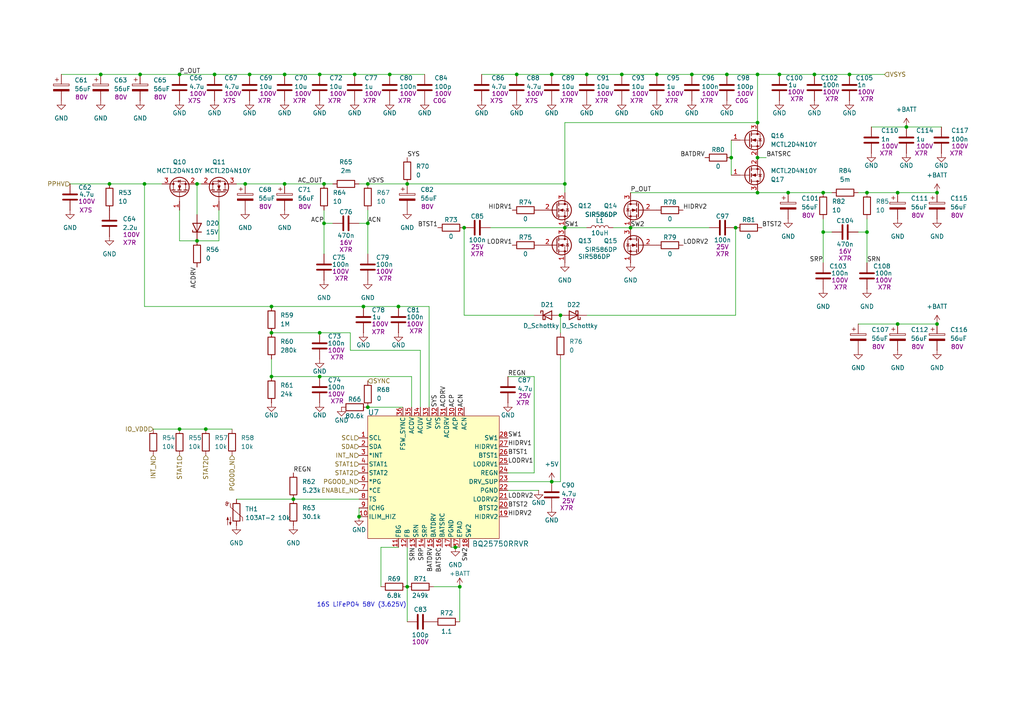
<source format=kicad_sch>
(kicad_sch (version 20250114) (generator "eeschema") (generator_version "9.0")
  (paper "A4")
  (text "16S LiFePO4 58V (3.625V)" (at 104.902 175.514 0) (effects (font (size 1.27 1.27))))
  (junction (at 57.15 69.85))
  (junction (at 113.03 21.59))
  (junction (at 134.62 66.04))
  (junction (at 212.09 45.72))
  (junction (at 105.41 88.9))
  (junction (at 228.6 55.88))
  (junction (at 213.36 66.04))
  (junction (at 236.22 21.59))
  (junction (at 106.68 118.11))
  (junction (at 251.46 55.88))
  (junction (at 78.74 109.22))
  (junction (at 180.34 21.59))
  (junction (at 219.71 55.88))
  (junction (at 106.68 53.34))
  (junction (at 149.86 21.59))
  (junction (at 29.21 21.59))
  (junction (at 219.71 21.59))
  (junction (at 190.5 21.59))
  (junction (at 92.71 96.52))
  (junction (at 71.12 53.34))
  (junction (at 92.71 109.22))
  (junction (at 57.15 53.34))
  (junction (at 238.76 55.88))
  (junction (at 160.02 139.7))
  (junction (at 31.75 53.34))
  (junction (at 52.07 124.46))
  (junction (at 132.08 158.75))
  (junction (at 200.66 21.59))
  (junction (at 271.78 55.88))
  (junction (at 238.76 67.31))
  (junction (at 85.09 144.78))
  (junction (at 260.35 93.98))
  (junction (at 163.83 66.04))
  (junction (at 118.11 170.18))
  (junction (at 170.18 21.59))
  (junction (at 251.46 67.31))
  (junction (at 40.64 21.59))
  (junction (at 246.38 21.59))
  (junction (at 219.71 35.56))
  (junction (at 160.02 21.59))
  (junction (at 52.07 21.59))
  (junction (at 104.14 149.86))
  (junction (at 162.56 91.44))
  (junction (at 182.88 66.04))
  (junction (at 163.83 53.34))
  (junction (at 93.98 64.77))
  (junction (at 82.55 53.34))
  (junction (at 62.23 21.59))
  (junction (at 92.71 21.59))
  (junction (at 93.98 53.34))
  (junction (at 271.78 93.98))
  (junction (at 78.74 88.9))
  (junction (at 78.74 96.52))
  (junction (at 260.35 55.88))
  (junction (at 59.69 124.46))
  (junction (at 82.55 21.59))
  (junction (at 118.11 53.34))
  (junction (at 219.71 45.72))
  (junction (at 102.87 21.59))
  (junction (at 41.91 53.34))
  (junction (at 262.89 36.83))
  (junction (at 72.39 21.59))
  (junction (at 133.35 170.18))
  (junction (at 115.57 88.9))
  (junction (at 210.82 21.59))
  (junction (at 226.06 21.59))
  (junction (at 106.68 64.77))
  (wire (pts (xy 130.81 158.75) (xy 132.08 158.75)))
  (wire (pts (xy 106.68 64.77) (xy 106.68 73.66)))
  (wire (pts (xy 105.41 88.9) (xy 78.74 88.9)))
  (wire (pts (xy 154.94 91.44) (xy 134.62 91.44)))
  (wire (pts (xy 238.76 55.88) (xy 241.3 55.88)))
  (wire (pts (xy 248.92 55.88) (xy 251.46 55.88)))
  (wire (pts (xy 52.07 69.85) (xy 57.15 69.85)))
  (wire (pts (xy 238.76 67.31) (xy 238.76 76.2)))
  (wire (pts (xy 162.56 139.7) (xy 162.56 104.14)))
  (wire (pts (xy 124.46 88.9) (xy 124.46 118.11)))
  (wire (pts (xy 82.55 21.59) (xy 92.71 21.59)))
  (wire (pts (xy 92.71 109.22) (xy 119.38 109.22)))
  (wire (pts (xy 29.21 21.59) (xy 40.64 21.59)))
  (wire (pts (xy 78.74 109.22) (xy 78.74 104.14)))
  (wire (pts (xy 149.86 21.59) (xy 160.02 21.59)))
  (wire (pts (xy 93.98 64.77) (xy 96.52 64.77)))
  (wire (pts (xy 52.07 21.59) (xy 62.23 21.59)))
  (wire (pts (xy 251.46 67.31) (xy 251.46 76.2)))
  (wire (pts (xy 68.58 144.78) (xy 85.09 144.78)))
  (wire (pts (xy 154.94 137.16) (xy 154.94 109.22)))
  (wire (pts (xy 110.49 158.75) (xy 110.49 170.18)))
  (wire (pts (xy 101.6 96.52) (xy 101.6 101.6)))
  (wire (pts (xy 72.39 21.59) (xy 82.55 21.59)))
  (wire (pts (xy 92.71 96.52) (xy 101.6 96.52)))
  (wire (pts (xy 118.11 53.34) (xy 163.83 53.34)))
  (wire (pts (xy 44.45 124.46) (xy 52.07 124.46)))
  (wire (pts (xy 41.91 88.9) (xy 41.91 53.34)))
  (wire (pts (xy 119.38 109.22) (xy 119.38 118.11)))
  (wire (pts (xy 71.12 53.34) (xy 82.55 53.34)))
  (wire (pts (xy 228.6 55.88) (xy 238.76 55.88)))
  (wire (pts (xy 219.71 55.88) (xy 228.6 55.88)))
  (wire (pts (xy 246.38 21.59) (xy 236.22 21.59)))
  (wire (pts (xy 251.46 55.88) (xy 260.35 55.88)))
  (wire (pts (xy 163.83 53.34) (xy 163.83 35.56)))
  (wire (pts (xy 252.73 36.83) (xy 262.89 36.83)))
  (wire (pts (xy 78.74 96.52) (xy 92.71 96.52)))
  (wire (pts (xy 82.55 53.34) (xy 93.98 53.34)))
  (wire (pts (xy 162.56 91.44) (xy 162.56 96.52)))
  (wire (pts (xy 92.71 21.59) (xy 102.87 21.59)))
  (wire (pts (xy 125.73 170.18) (xy 133.35 170.18)))
  (wire (pts (xy 213.36 91.44) (xy 170.18 91.44)))
  (wire (pts (xy 52.07 124.46) (xy 59.69 124.46)))
  (wire (pts (xy 17.78 21.59) (xy 29.21 21.59)))
  (wire (pts (xy 62.23 21.59) (xy 72.39 21.59)))
  (wire (pts (xy 170.18 21.59) (xy 180.34 21.59)))
  (wire (pts (xy 106.68 53.34) (xy 118.11 53.34)))
  (wire (pts (xy 260.35 93.98) (xy 271.78 93.98)))
  (wire (pts (xy 142.24 66.04) (xy 163.83 66.04)))
  (wire (pts (xy 147.32 142.24) (xy 156.21 142.24)))
  (wire (pts (xy 163.83 35.56) (xy 219.71 35.56)))
  (wire (pts (xy 238.76 67.31) (xy 241.3 67.31)))
  (wire (pts (xy 115.57 88.9) (xy 105.41 88.9)))
  (wire (pts (xy 104.14 147.32) (xy 104.14 149.86)))
  (wire (pts (xy 248.92 93.98) (xy 260.35 93.98)))
  (wire (pts (xy 212.09 40.64) (xy 212.09 45.72)))
  (wire (pts (xy 106.68 64.77) (xy 106.68 60.96)))
  (wire (pts (xy 163.83 53.34) (xy 163.83 55.88)))
  (wire (pts (xy 118.11 158.75) (xy 118.11 170.18)))
  (wire (pts (xy 57.15 53.34) (xy 57.15 62.23)))
  (wire (pts (xy 52.07 60.96) (xy 52.07 69.85)))
  (wire (pts (xy 210.82 21.59) (xy 219.71 21.59)))
  (wire (pts (xy 177.8 66.04) (xy 182.88 66.04)))
  (wire (pts (xy 134.62 91.44) (xy 134.62 66.04)))
  (wire (pts (xy 20.32 53.34) (xy 31.75 53.34)))
  (wire (pts (xy 219.71 35.56) (xy 219.71 21.59)))
  (wire (pts (xy 118.11 170.18) (xy 118.11 180.34)))
  (wire (pts (xy 78.74 88.9) (xy 41.91 88.9)))
  (wire (pts (xy 163.83 66.04) (xy 170.18 66.04)))
  (wire (pts (xy 160.02 139.7) (xy 162.56 139.7)))
  (wire (pts (xy 104.14 53.34) (xy 106.68 53.34)))
  (wire (pts (xy 93.98 53.34) (xy 96.52 53.34)))
  (wire (pts (xy 78.74 109.22) (xy 92.71 109.22)))
  (wire (pts (xy 113.03 21.59) (xy 123.19 21.59)))
  (wire (pts (xy 160.02 21.59) (xy 170.18 21.59)))
  (wire (pts (xy 102.87 21.59) (xy 113.03 21.59)))
  (wire (pts (xy 104.14 64.77) (xy 106.68 64.77)))
  (wire (pts (xy 248.92 67.31) (xy 251.46 67.31)))
  (wire (pts (xy 251.46 67.31) (xy 251.46 63.5)))
  (wire (pts (xy 238.76 63.5) (xy 238.76 67.31)))
  (wire (pts (xy 147.32 109.22) (xy 154.94 109.22)))
  (wire (pts (xy 219.71 21.59) (xy 226.06 21.59)))
  (wire (pts (xy 132.08 158.75) (xy 133.35 158.75)))
  (wire (pts (xy 246.38 21.59) (xy 256.54 21.59)))
  (wire (pts (xy 190.5 21.59) (xy 200.66 21.59)))
  (wire (pts (xy 106.68 118.11) (xy 116.84 118.11)))
  (wire (pts (xy 124.46 88.9) (xy 115.57 88.9)))
  (wire (pts (xy 68.58 53.34) (xy 71.12 53.34)))
  (wire (pts (xy 182.88 66.04) (xy 205.74 66.04)))
  (wire (pts (xy 93.98 60.96) (xy 93.98 64.77)))
  (wire (pts (xy 147.32 139.7) (xy 160.02 139.7)))
  (wire (pts (xy 236.22 21.59) (xy 226.06 21.59)))
  (wire (pts (xy 262.89 36.83) (xy 273.05 36.83)))
  (wire (pts (xy 222.25 45.72) (xy 219.71 45.72)))
  (wire (pts (xy 59.69 124.46) (xy 67.31 124.46)))
  (wire (pts (xy 147.32 137.16) (xy 154.94 137.16)))
  (wire (pts (xy 57.15 69.85) (xy 63.5 69.85)))
  (wire (pts (xy 58.42 53.34) (xy 57.15 53.34)))
  (wire (pts (xy 101.6 101.6) (xy 121.92 101.6)))
  (wire (pts (xy 31.75 53.34) (xy 41.91 53.34)))
  (wire (pts (xy 121.92 101.6) (xy 121.92 118.11)))
  (wire (pts (xy 180.34 21.59) (xy 190.5 21.59)))
  (wire (pts (xy 200.66 21.59) (xy 210.82 21.59)))
  (wire (pts (xy 139.7 21.59) (xy 149.86 21.59)))
  (wire (pts (xy 260.35 55.88) (xy 271.78 55.88)))
  (wire (pts (xy 212.09 45.72) (xy 212.09 50.8)))
  (wire (pts (xy 40.64 21.59) (xy 52.07 21.59)))
  (wire (pts (xy 41.91 53.34) (xy 46.99 53.34)))
  (wire (pts (xy 63.5 69.85) (xy 63.5 60.96)))
  (wire (pts (xy 182.88 55.88) (xy 219.71 55.88)))
  (wire (pts (xy 115.57 158.75) (xy 110.49 158.75)))
  (wire (pts (xy 93.98 64.77) (xy 93.98 73.66)))
  (wire (pts (xy 213.36 66.04) (xy 213.36 91.44)))
  (wire (pts (xy 133.35 170.18) (xy 133.35 180.34)))
  (wire (pts (xy 85.09 144.78) (xy 104.14 144.78)))
  (label "HIDRV2" (at 147.32 149.86 0))
  (label "BATSRC" (at 128.27 158.75 270))
  (label "HIDRV1" (at 148.59 60.96 180))
  (label "SRN" (at 120.65 158.75 270))
  (label "BATDRV" (at 125.73 158.75 270))
  (label "VSYS" (at 106.68 53.34 0))
  (label "SYS" (at 118.11 45.72 0))
  (label "SRP" (at 123.19 158.75 270))
  (label "LODRV1" (at 147.32 134.62 0))
  (label "AC_OUT" (at 86.36 53.34 0))
  (label "P_OUT" (at 182.88 55.88 0))
  (label "HIDRV1" (at 147.32 129.54 0))
  (label "HIDRV2" (at 198.12 60.96 0))
  (label "ACDRV" (at 57.15 77.47 270))
  (label "SRN" (at 251.46 76.2 0))
  (label "BATSRC" (at 222.25 45.72 0))
  (label "BATDRV" (at 204.47 45.72 180))
  (label "SW2" (at 182.88 66.04 0))
  (label "BTST1" (at 147.32 132.08 0))
  (label "LODRV2" (at 198.12 71.12 0))
  (label "ACN" (at 106.68 64.77 0))
  (label "SW1" (at 147.32 127 0))
  (label "ACDRV" (at 129.54 118.11 90))
  (label "LODRV2" (at 147.32 144.78 0))
  (label "LODRV1" (at 148.59 71.12 180))
  (label "BTST2" (at 147.32 147.32 0))
  (label "ACP" (at 132.08 118.11 90))
  (label "BTST2" (at 220.98 66.04 0))
  (label "BTST1" (at 127 66.04 180))
  (label "ACN" (at 134.62 118.11 90))
  (label "SW1" (at 163.83 66.04 0))
  (label "P_OUT" (at 52.07 21.59 0))
  (label "ACP" (at 93.98 64.77 180))
  (label "REGN" (at 147.32 109.22 0))
  (label "REGN" (at 85.09 137.16 0))
  (label "SRP" (at 238.76 76.2 180))
  (label "SW2" (at 135.89 158.75 270))
  (label "SYS" (at 127 118.11 90))
  (hierarchical_label "STAT2" (shape input) (at 104.14 137.16 180))
  (hierarchical_label "PGOOD_N" (shape input) (at 67.31 132.08 270))
  (hierarchical_label "VSYS" (shape input) (at 256.54 21.59 0))
  (hierarchical_label "PPHV" (shape input) (at 20.32 53.34 180))
  (hierarchical_label "SYNC" (shape input) (at 106.68 110.49 0))
  (hierarchical_label "PGOOD_N" (shape input) (at 104.14 139.7 180))
  (hierarchical_label "ENABLE_N" (shape input) (at 104.14 142.24 180))
  (hierarchical_label "INT_N" (shape input) (at 44.45 132.08 270))
  (hierarchical_label "STAT1" (shape input) (at 104.14 134.62 180))
  (hierarchical_label "STAT2" (shape input) (at 59.69 132.08 270))
  (hierarchical_label "SDA" (shape input) (at 104.14 129.54 180))
  (hierarchical_label "STAT1" (shape input) (at 52.07 132.08 270))
  (hierarchical_label "INT_N" (shape input) (at 104.14 132.08 180))
  (hierarchical_label "SCL" (shape input) (at 104.14 127 180))
  (hierarchical_label "IO_VDD" (shape input) (at 44.45 124.46 180))
  (symbol (lib_id "Device:R") (at 194.31 71.12 90) (unit 1)
    (property "Reference" "R79" (at 194.31 68.834 90))
    (property "Value" "0" (at 194.31 73.66 90))
    (property "Footprint" "Resistor_SMD:R_0603_1608Metric" (effects (hide yes)))
    (property "Description" "Resistor" (effects (hide yes)))
  )
  (symbol (lib_id "power:GND") (at 210.82 29.21 0) (unit 1)
    (property "Reference" "#PWR0138" (effects (hide yes)))
    (property "Value" "GND" (at 210.82 32.766 0))
    (property "Description" "Power symbol creates a global label with name \"GND\" , ground" (effects (hide yes)))
  )
  (symbol (lib_id "power:GND") (at 92.71 104.14 0) (unit 1)
    (property "Reference" "#PWR0106" (effects (hide yes)))
    (property "Value" "GND" (at 92.71 107.696 0))
    (property "Description" "Power symbol creates a global label with name \"GND\" , ground" (effects (hide yes)))
  )
  (symbol (lib_id "power:GND") (at 260.35 101.6 0) (unit 1)
    (property "Reference" "#PWR0150" (effects (hide yes)))
    (property "Value" "GND" (at 260.35 106.68 0))
    (property "Description" "Power symbol creates a global label with name \"GND\" , ground" (effects (hide yes)))
  )
  (symbol (lib_id "power:+BATT") (at 133.35 170.18 0) (unit 1)
    (property "Reference" "#PWR0119" (effects (hide yes)))
    (property "Value" "+BATT" (at 133.35 166.37 0))
    (property "Description" "Power symbol creates a global label with name \"+BATT\"" (effects (hide yes)))
  )
  (symbol (lib_id "Device:C") (at 115.57 92.71 180) (unit 1)
    (property "Reference" "C81" (at 119.888 89.916 0))
    (property "Value" "100n" (at 120.396 91.948 0))
    (property "Footprint" "Capacitor_SMD:C_0805_2012Metric" (effects (hide yes)))
    (property "Description" "Unpolarized capacitor" (effects (hide yes)))
    (property "Dialectric" "X7R" (at 120.65 96.012 0))
    (property "Voltage" "100V" (at 120.396 93.98 0))
  )
  (symbol (lib_id "power:GND") (at 17.78 29.21 0) (unit 1)
    (property "Reference" "#PWR091" (effects (hide yes)))
    (property "Value" "GND" (at 17.78 34.29 0))
    (property "Description" "Power symbol creates a global label with name \"GND\" , ground" (effects (hide yes)))
  )
  (symbol (lib_id "Device:C") (at 149.86 25.4 0) (unit 1)
    (property "Reference" "C88" (at 152.654 22.6059 0) (effects (justify left)))
    (property "Value" "4.7u" (at 152.654 25.1459 0) (effects (justify left)))
    (property "Footprint" "Capacitor_SMD:C_1206_3216Metric" (effects (hide yes)))
    (property "Description" "Unpolarized capacitor" (effects (hide yes)))
    (property "Voltage" "100V" (at 155.194 27.178 0))
    (property "Dialectric" "X7S" (at 154.178 29.21 0))
  )
  (symbol (lib_id "Transistor_FET:Q_NMOS_GSD") (at 217.17 50.8 0) (mirror x) (unit 1)
    (property "Reference" "Q17" (at 223.52 52.0701 0) (effects (justify left)))
    (property "Value" "MCTL2D4N10Y" (at 223.52 49.5301 0) (effects (justify left)))
    (property "Footprint" "MCC:MCTL300N10YBTP" (effects (hide yes)))
    (property "Description" "N-MOSFET transistor, gate/source/drain" (effects (hide yes)))
  )
  (symbol (lib_id "Transistor_FET:Q_NMOS_SGD") (at 185.42 60.96 0) (mirror y) (unit 1)
    (property "Reference" "Q14" (at 179.07 59.6899 0) (effects (justify left)))
    (property "Value" "SIR586DP" (at 179.07 62.2299 0) (effects (justify left)))
    (property "Footprint" "Vishay:PowerPAK SO-8 SGD" (effects (hide yes)))
    (property "Description" "N-MOSFET transistor, source/gate/drain" (effects (hide yes)))
  )
  (symbol (lib_id "Device:C") (at 262.89 40.64 0) (unit 1)
    (property "Reference" "C114" (at 265.684 37.8459 0) (effects (justify left)))
    (property "Value" "1u" (at 265.684 40.3859 0) (effects (justify left)))
    (property "Footprint" "Capacitor_SMD:C_1206_3216Metric" (effects (hide yes)))
    (property "Description" "Unpolarized capacitor" (effects (hide yes)))
    (property "Voltage" "100V" (at 268.224 42.418 0))
    (property "Dialectric" "X7R" (at 267.208 44.45 0))
  )
  (symbol (lib_id "power:GND") (at 29.21 29.21 0) (unit 1)
    (property "Reference" "#PWR093" (effects (hide yes)))
    (property "Value" "GND" (at 29.21 34.29 0))
    (property "Description" "Power symbol creates a global label with name \"GND\" , ground" (effects (hide yes)))
  )
  (symbol (lib_id "Device:R") (at 129.54 180.34 90) (unit 1)
    (property "Reference" "R72" (at 129.54 177.8 90))
    (property "Value" "1.1" (at 129.54 183.134 90))
    (property "Footprint" "Resistor_SMD:R_0402_1005Metric" (effects (hide yes)))
    (property "Description" "Resistor" (effects (hide yes)))
  )
  (symbol (lib_id "Device:C") (at 92.71 25.4 0) (unit 1)
    (property "Reference" "C72" (at 95.504 22.6059 0) (effects (justify left)))
    (property "Value" "10u" (at 95.504 25.1459 0) (effects (justify left)))
    (property "Footprint" "Capacitor_SMD:C_1210_3225Metric" (effects (hide yes)))
    (property "Description" "Unpolarized capacitor" (effects (hide yes)))
    (property "Voltage" "100V" (at 98.044 27.178 0))
    (property "Dialectric" "X7R" (at 97.028 29.21 0))
  )
  (symbol (lib_id "Device:C") (at 92.71 113.03 180) (unit 1)
    (property "Reference" "C74" (at 97.028 110.236 0))
    (property "Value" "100n" (at 97.536 112.268 0))
    (property "Footprint" "Capacitor_SMD:C_0805_2012Metric" (effects (hide yes)))
    (property "Description" "Unpolarized capacitor" (effects (hide yes)))
    (property "Dialectric" "X7R" (at 97.79 116.332 0))
    (property "Voltage" "100V" (at 97.536 114.3 0))
  )
  (symbol (lib_id "power:GND") (at 113.03 29.21 0) (unit 1)
    (property "Reference" "#PWR0114" (effects (hide yes)))
    (property "Value" "GND" (at 113.03 32.766 0))
    (property "Description" "Power symbol creates a global label with name \"GND\" , ground" (effects (hide yes)))
  )
  (symbol (lib_id "power:GND") (at 190.5 29.21 0) (unit 1)
    (property "Reference" "#PWR0134" (effects (hide yes)))
    (property "Value" "GND" (at 190.5 32.766 0))
    (property "Description" "Power symbol creates a global label with name \"GND\" , ground" (effects (hide yes)))
  )
  (symbol (lib_id "Device:R") (at 78.74 113.03 0) (unit 1)
    (property "Reference" "R61" (at 81.28 111.7599 0) (effects (justify left)))
    (property "Value" "24k" (at 81.28 114.2999 0) (effects (justify left)))
    (property "Footprint" "Resistor_SMD:R_0603_1608Metric" (effects (hide yes)))
    (property "Description" "Resistor" (effects (hide yes)))
  )
  (symbol (lib_id "power:GND") (at 246.38 29.21 0) (unit 1)
    (property "Reference" "#PWR0144" (effects (hide yes)))
    (property "Value" "GND" (at 246.38 32.766 0))
    (property "Description" "Power symbol creates a global label with name \"GND\" , ground" (effects (hide yes)))
  )
  (symbol (lib_id "power:GND") (at 92.71 116.84 0) (unit 1)
    (property "Reference" "#PWR0107" (effects (hide yes)))
    (property "Value" "GND" (at 92.71 120.396 0))
    (property "Description" "Power symbol creates a global label with name \"GND\" , ground" (effects (hide yes)))
  )
  (symbol (lib_id "power:GND") (at 236.22 29.21 0) (unit 1)
    (property "Reference" "#PWR0142" (effects (hide yes)))
    (property "Value" "GND" (at 236.22 32.766 0))
    (property "Description" "Power symbol creates a global label with name \"GND\" , ground" (effects (hide yes)))
  )
  (symbol (lib_id "power:GND") (at 252.73 44.45 0) (unit 1)
    (property "Reference" "#PWR0147" (effects (hide yes)))
    (property "Value" "GND" (at 252.73 48.006 0))
    (property "Description" "Power symbol creates a global label with name \"GND\" , ground" (effects (hide yes)))
  )
  (symbol (lib_id "Device:Thermistor_NTC") (at 68.58 148.59 0) (unit 1)
    (property "Reference" "TH1" (at 71.12 147.6374 0) (effects (justify left)))
    (property "Value" "103AT-2 10k" (at 71.12 150.1774 0) (effects (justify left)))
    (property "Footprint" "Resistor_THT:R_Axial_DIN0204_L3.6mm_D1.6mm_P1.90mm_Vertical" (effects (hide yes)))
    (property "Description" "Temperature dependent resistor, negative temperature coefficient" (effects (hide yes)))
  )
  (symbol (lib_id "Device:R") (at 93.98 57.15 0) (unit 1)
    (property "Reference" "R64" (at 96.52 55.8799 0) (effects (justify left)))
    (property "Value" "10" (at 96.52 58.4199 0) (effects (justify left)))
    (property "Footprint" "Resistor_SMD:R_0603_1608Metric" (effects (hide yes)))
    (property "Description" "Resistor" (effects (hide yes)))
  )
  (symbol (lib_id "Device:C") (at 245.11 67.31 90) (unit 1)
    (property "Reference" "C104" (at 245.11 64.008 90))
    (property "Value" "470n" (at 245.11 70.866 90))
    (property "Footprint" "Capacitor_SMD:C_0603_1608Metric" (effects (hide yes)))
    (property "Description" "Unpolarized capacitor" (effects (hide yes)))
    (property "Dialectric" "X7R" (at 245.11 74.93 90))
    (property "Voltage" "16V" (at 245.11 72.898 90))
  )
  (symbol (lib_id "power:GND") (at 260.35 63.5 0) (unit 1)
    (property "Reference" "#PWR0149" (effects (hide yes)))
    (property "Value" "GND" (at 260.35 68.58 0))
    (property "Description" "Power symbol creates a global label with name \"GND\" , ground" (effects (hide yes)))
  )
  (symbol (lib_id "Device:C_Polarized") (at 228.6 59.69 0) (unit 1)
    (property "Reference" "C101" (at 232.41 57.5309 0) (effects (justify left)))
    (property "Value" "56uF" (at 232.41 60.0709 0) (effects (justify left)))
    (property "Footprint" "Capacitor_SMD:CP_Elec_10x10" (effects (hide yes)))
    (property "Description" "Polarized capacitor" (effects (hide yes)))
    (property "Voltage" "80V" (at 234.442 62.484 0))
  )
  (symbol (lib_id "Device:C") (at 105.41 92.71 180) (unit 1)
    (property "Reference" "C78" (at 109.728 89.916 0))
    (property "Value" "1u" (at 109.22 91.948 0))
    (property "Footprint" "Capacitor_SMD:C_1206_3216Metric" (effects (hide yes)))
    (property "Description" "Unpolarized capacitor" (effects (hide yes)))
    (property "Dialectric" "X7R" (at 109.728 96.266 0))
    (property "Voltage" "100V" (at 110.236 93.98 0))
  )
  (symbol (lib_id "Device:C") (at 113.03 25.4 0) (unit 1)
    (property "Reference" "C80" (at 115.824 22.6059 0) (effects (justify left)))
    (property "Value" "100n" (at 115.824 25.1459 0) (effects (justify left)))
    (property "Footprint" "Capacitor_SMD:C_0805_2012Metric" (effects (hide yes)))
    (property "Description" "Unpolarized capacitor" (effects (hide yes)))
    (property "Voltage" "100V" (at 118.364 27.178 0))
    (property "Dialectric" "X7R" (at 117.348 29.21 0))
  )
  (symbol (lib_id "Device:C_Polarized") (at 17.78 25.4 0) (unit 1)
    (property "Reference" "C61" (at 21.59 23.2409 0) (effects (justify left)))
    (property "Value" "56uF" (at 21.59 25.7809 0) (effects (justify left)))
    (property "Footprint" "Capacitor_SMD:CP_Elec_10x10" (effects (hide yes)))
    (property "Description" "Polarized capacitor" (effects (hide yes)))
    (property "Voltage" "80V" (at 23.622 28.194 0))
  )
  (symbol (lib_id "power:GND") (at 163.83 76.2 0) (unit 1)
    (property "Reference" "#PWR0127" (effects (hide yes)))
    (property "Value" "GND" (at 163.83 81.28 0))
    (property "Description" "Power symbol creates a global label with name \"GND\" , ground" (effects (hide yes)))
  )
  (symbol (lib_id "Device:R") (at 118.11 49.53 0) (unit 1)
    (property "Reference" "R70" (at 120.65 48.2599 0) (effects (justify left)))
    (property "Value" "0" (at 120.65 50.7999 0) (effects (justify left)))
    (property "Footprint" "Resistor_SMD:R_0603_1608Metric" (effects (hide yes)))
    (property "Description" "Resistor" (effects (hide yes)))
  )
  (symbol (lib_id "Device:R") (at 102.87 118.11 90) (unit 1)
    (property "Reference" "R66" (at 102.87 115.824 90))
    (property "Value" "80.6k" (at 102.87 120.65 90))
    (property "Footprint" "Resistor_SMD:R_0402_1005Metric" (effects (hide yes)))
    (property "Description" "Resistor" (effects (hide yes)))
  )
  (symbol (lib_id "Device:R") (at 238.76 59.69 0) (unit 1)
    (property "Reference" "R82" (at 241.3 58.4199 0) (effects (justify left)))
    (property "Value" "10" (at 241.3 60.9599 0) (effects (justify left)))
    (property "Footprint" "Resistor_SMD:R_0603_1608Metric" (effects (hide yes)))
    (property "Description" "Resistor" (effects (hide yes)))
  )
  (symbol (lib_id "power:GND") (at 105.41 96.52 0) (unit 1)
    (property "Reference" "#PWR0112" (effects (hide yes)))
    (property "Value" "GND" (at 105.41 100.076 0))
    (property "Description" "Power symbol creates a global label with name \"GND\" , ground" (effects (hide yes)))
  )
  (symbol (lib_id "power:GND") (at 31.75 68.58 0) (unit 1)
    (property "Reference" "#PWR094" (effects (hide yes)))
    (property "Value" "GND" (at 31.75 73.66 0))
    (property "Description" "Power symbol creates a global label with name \"GND\" , ground" (effects (hide yes)))
  )
  (symbol (lib_id "power:GND") (at 180.34 29.21 0) (unit 1)
    (property "Reference" "#PWR0130" (effects (hide yes)))
    (property "Value" "GND" (at 180.34 32.766 0))
    (property "Description" "Power symbol creates a global label with name \"GND\" , ground" (effects (hide yes)))
  )
  (symbol (lib_id "Device:R") (at 106.68 57.15 0) (unit 1)
    (property "Reference" "R67" (at 109.22 55.8799 0) (effects (justify left)))
    (property "Value" "10" (at 109.22 58.4199 0) (effects (justify left)))
    (property "Footprint" "Resistor_SMD:R_0603_1608Metric" (effects (hide yes)))
    (property "Description" "Resistor" (effects (hide yes)))
  )
  (symbol (lib_id "Device:C") (at 210.82 25.4 0) (unit 1)
    (property "Reference" "C98" (at 213.614 22.6059 0) (effects (justify left)))
    (property "Value" "100p" (at 213.614 25.1459 0) (effects (justify left)))
    (property "Footprint" "Capacitor_SMD:C_0201_0603Metric" (effects (hide yes)))
    (property "Description" "Unpolarized capacitor" (effects (hide yes)))
    (property "Voltage" "100V" (at 216.154 27.178 0))
    (property "Dialectric" "C0G" (at 215.138 29.21 0))
  )
  (symbol (lib_id "Device:C") (at 273.05 40.64 0) (unit 1)
    (property "Reference" "C117" (at 275.844 37.8459 0) (effects (justify left)))
    (property "Value" "100n" (at 275.844 40.3859 0) (effects (justify left)))
    (property "Footprint" "Capacitor_SMD:C_0805_2012Metric" (effects (hide yes)))
    (property "Description" "Unpolarized capacitor" (effects (hide yes)))
    (property "Voltage" "100V" (at 278.384 42.418 0))
    (property "Dialectric" "X7R" (at 277.368 44.45 0))
  )
  (symbol (lib_id "Device:C") (at 138.43 66.04 90) (unit 1)
    (property "Reference" "C85" (at 138.43 62.738 90))
    (property "Value" "100n" (at 138.43 69.596 90))
    (property "Footprint" "Capacitor_SMD:C_0805_2012Metric" (effects (hide yes)))
    (property "Description" "Unpolarized capacitor" (effects (hide yes)))
    (property "Dialectric" "X7R" (at 138.43 73.66 90))
    (property "Voltage" "25V" (at 138.43 71.628 90))
  )
  (symbol (lib_id "power:GND") (at 238.76 83.82 0) (unit 1)
    (property "Reference" "#PWR0143" (effects (hide yes)))
    (property "Value" "GND" (at 238.76 88.9 0))
    (property "Description" "Power symbol creates a global label with name \"GND\" , ground" (effects (hide yes)))
  )
  (symbol (lib_id "Device:C") (at 170.18 25.4 0) (unit 1)
    (property "Reference" "C91" (at 172.974 22.6059 0) (effects (justify left)))
    (property "Value" "10u" (at 172.974 25.1459 0) (effects (justify left)))
    (property "Footprint" "Capacitor_SMD:C_1210_3225Metric" (effects (hide yes)))
    (property "Description" "Unpolarized capacitor" (effects (hide yes)))
    (property "Voltage" "100V" (at 175.514 27.178 0))
    (property "Dialectric" "X7R" (at 174.498 29.21 0))
  )
  (symbol (lib_id "Device:R") (at 59.69 128.27 0) (unit 1)
    (property "Reference" "R57" (at 62.23 126.9999 0) (effects (justify left)))
    (property "Value" "10k" (at 62.23 129.5399 0) (effects (justify left)))
    (property "Footprint" "Resistor_SMD:R_0603_1608Metric" (effects (hide yes)))
    (property "Description" "Resistor" (effects (hide yes)))
  )
  (symbol (lib_id "Device:R") (at 57.15 73.66 0) (unit 1)
    (property "Reference" "R56" (at 59.69 72.3899 0) (effects (justify left)))
    (property "Value" "0" (at 59.69 74.9299 0) (effects (justify left)))
    (property "Footprint" "Resistor_SMD:R_0603_1608Metric" (effects (hide yes)))
    (property "Description" "Resistor" (effects (hide yes)))
  )
  (symbol (lib_id "power:GND") (at 102.87 29.21 0) (unit 1)
    (property "Reference" "#PWR0110" (effects (hide yes)))
    (property "Value" "GND" (at 102.87 32.766 0))
    (property "Description" "Power symbol creates a global label with name \"GND\" , ground" (effects (hide yes)))
  )
  (symbol (lib_id "power:GND") (at 71.12 60.96 0) (unit 1)
    (property "Reference" "#PWR099" (effects (hide yes)))
    (property "Value" "GND" (at 71.12 66.04 0))
    (property "Description" "Power symbol creates a global label with name \"GND\" , ground" (effects (hide yes)))
  )
  (symbol (lib_id "Device:R") (at 121.92 170.18 90) (unit 1)
    (property "Reference" "R71" (at 121.92 167.894 90))
    (property "Value" "249k" (at 121.92 172.72 90))
    (property "Footprint" "Resistor_SMD:R_0603_1608Metric" (effects (hide yes)))
    (property "Description" "Resistor" (effects (hide yes)))
  )
  (symbol (lib_id "Device:R") (at 85.09 140.97 0) (unit 1)
    (property "Reference" "R62" (at 87.63 139.6999 0) (effects (justify left)))
    (property "Value" "5.23k" (at 87.63 142.2399 0) (effects (justify left)))
    (property "Footprint" "Resistor_SMD:R_0402_1005Metric" (effects (hide yes)))
    (property "Description" "Resistor" (effects (hide yes)))
  )
  (symbol (lib_id "power:GND") (at 248.92 101.6 0) (unit 1)
    (property "Reference" "#PWR0145" (effects (hide yes)))
    (property "Value" "GND" (at 248.92 106.68 0))
    (property "Description" "Power symbol creates a global label with name \"GND\" , ground" (effects (hide yes)))
  )
  (symbol (lib_id "power:GND") (at 132.08 158.75 0) (unit 1)
    (property "Reference" "#PWR0118" (effects (hide yes)))
    (property "Value" "GND" (at 132.08 163.83 0))
    (property "Description" "Power symbol creates a global label with name \"GND\" , ground" (effects (hide yes)))
  )
  (symbol (lib_id "power:GND") (at 106.68 81.28 0) (unit 1)
    (property "Reference" "#PWR0113" (effects (hide yes)))
    (property "Value" "GND" (at 106.68 86.36 0))
    (property "Description" "Power symbol creates a global label with name \"GND\" , ground" (effects (hide yes)))
  )
  (symbol (lib_id "power:+BATT") (at 271.78 55.88 0) (unit 1)
    (property "Reference" "#PWR0154" (effects (hide yes)))
    (property "Value" "+BATT" (at 271.78 50.8 0))
    (property "Description" "Power symbol creates a global label with name \"+BATT\"" (effects (hide yes)))
  )
  (symbol (lib_id "Transistor_FET:Q_NMOS_GSD") (at 217.17 40.64 0) (unit 1)
    (property "Reference" "Q16" (at 223.52 39.3699 0) (effects (justify left)))
    (property "Value" "MCTL2D4N10Y" (at 223.52 41.9099 0) (effects (justify left)))
    (property "Footprint" "MCC:MCTL300N10YBTP" (effects (hide yes)))
    (property "Description" "N-MOSFET transistor, gate/source/drain" (effects (hide yes)))
  )
  (symbol (lib_id "power:GND") (at 170.18 29.21 0) (unit 1)
    (property "Reference" "#PWR0128" (effects (hide yes)))
    (property "Value" "GND" (at 170.18 32.766 0))
    (property "Description" "Power symbol creates a global label with name \"GND\" , ground" (effects (hide yes)))
  )
  (symbol (lib_id "Device:C") (at 160.02 143.51 0) (unit 1)
    (property "Reference" "C90" (at 162.814 140.7159 0) (effects (justify left)))
    (property "Value" "4.7u" (at 162.814 143.2559 0) (effects (justify left)))
    (property "Footprint" "Capacitor_SMD:C_1206_3216Metric" (effects (hide yes)))
    (property "Description" "Unpolarized capacitor" (effects (hide yes)))
    (property "Voltage" "25V" (at 164.846 145.288 0))
    (property "Dialectric" "X7R" (at 164.338 147.32 0))
  )
  (symbol (lib_id "Device:C_Polarized") (at 40.64 25.4 0) (unit 1)
    (property "Reference" "C65" (at 44.45 23.2409 0) (effects (justify left)))
    (property "Value" "56uF" (at 44.45 25.7809 0) (effects (justify left)))
    (property "Footprint" "Capacitor_SMD:CP_Elec_10x10" (effects (hide yes)))
    (property "Description" "Polarized capacitor" (effects (hide yes)))
    (property "Voltage" "80V" (at 46.482 28.194 0))
  )
  (symbol (lib_id "Device:R") (at 245.11 55.88 90) (unit 1)
    (property "Reference" "R84" (at 245.11 49.53 90))
    (property "Value" "5m" (at 245.11 52.07 90))
    (property "Footprint" "Resistor_SMD:R_0805_2012Metric" (effects (hide yes)))
    (property "Description" "Resistor" (effects (hide yes)))
  )
  (symbol (lib_id "Device:R") (at 152.4 60.96 90) (unit 1)
    (property "Reference" "R74" (at 152.4 58.674 90))
    (property "Value" "0" (at 152.4 63.5 90))
    (property "Footprint" "Resistor_SMD:R_0603_1608Metric" (effects (hide yes)))
    (property "Description" "Resistor" (effects (hide yes)))
  )
  (symbol (lib_id "Transistor_FET:Q_NMOS_SGD") (at 161.29 71.12 0) (unit 1)
    (property "Reference" "Q13" (at 167.64 69.8499 0) (effects (justify left)))
    (property "Value" "SIR586DP" (at 167.64 74.422 0) (effects (justify left)))
    (property "Footprint" "Vishay:PowerPAK SO-8 SGD" (effects (hide yes)))
    (property "Description" "N-MOSFET transistor, source/gate/drain" (effects (hide yes)))
  )
  (symbol (lib_id "Device:D_Schottky") (at 166.37 91.44 180) (unit 1)
    (property "Reference" "D22" (at 166.37 88.392 0))
    (property "Value" "D_Schottky" (at 168.148 94.488 0))
    (property "Footprint" "Diode_SMD:D_SMA" (effects (hide yes)))
    (property "Description" "Schottky diode" (effects (hide yes)))
  )
  (symbol (lib_id "Device:C") (at 236.22 25.4 180) (unit 1)
    (property "Reference" "C102" (at 240.538 22.606 0))
    (property "Value" "100n" (at 241.046 24.638 0))
    (property "Footprint" "Capacitor_SMD:C_0805_2012Metric" (effects (hide yes)))
    (property "Description" "Unpolarized capacitor" (effects (hide yes)))
    (property "Dialectric" "X7R" (at 241.3 28.702 0))
    (property "Voltage" "100V" (at 241.046 26.67 0))
  )
  (symbol (lib_id "Device:C") (at 251.46 80.01 180) (unit 1)
    (property "Reference" "C108" (at 255.778 77.216 0))
    (property "Value" "100n" (at 256.286 79.248 0))
    (property "Footprint" "Capacitor_SMD:C_0805_2012Metric" (effects (hide yes)))
    (property "Description" "Unpolarized capacitor" (effects (hide yes)))
    (property "Dialectric" "X7R" (at 256.54 83.312 0))
    (property "Voltage" "100V" (at 256.286 81.28 0))
  )
  (symbol (lib_id "Device:C") (at 102.87 25.4 0) (unit 1)
    (property "Reference" "C77" (at 105.664 22.6059 0) (effects (justify left)))
    (property "Value" "1u" (at 105.664 25.1459 0) (effects (justify left)))
    (property "Footprint" "Capacitor_SMD:C_1206_3216Metric" (effects (hide yes)))
    (property "Description" "Unpolarized capacitor" (effects (hide yes)))
    (property "Voltage" "100V" (at 108.204 27.178 0))
    (property "Dialectric" "X7R" (at 107.188 29.21 0))
  )
  (symbol (lib_id "power:+5V") (at 160.02 139.7 0) (unit 1)
    (property "Reference" "#PWR0125" (effects (hide yes)))
    (property "Value" "+5V" (at 160.02 134.62 0))
    (property "Description" "Power symbol creates a global label with name \"+5V\"" (effects (hide yes)))
  )
  (symbol (lib_id "power:GND") (at 160.02 29.21 0) (unit 1)
    (property "Reference" "#PWR0124" (effects (hide yes)))
    (property "Value" "GND" (at 160.02 32.766 0))
    (property "Description" "Power symbol creates a global label with name \"GND\" , ground" (effects (hide yes)))
  )
  (symbol (lib_id "Device:C") (at 190.5 25.4 0) (unit 1)
    (property "Reference" "C95" (at 193.294 22.6059 0) (effects (justify left)))
    (property "Value" "1u" (at 193.294 25.1459 0) (effects (justify left)))
    (property "Footprint" "Capacitor_SMD:C_1206_3216Metric" (effects (hide yes)))
    (property "Description" "Unpolarized capacitor" (effects (hide yes)))
    (property "Voltage" "100V" (at 195.834 27.178 0))
    (property "Dialectric" "X7R" (at 194.818 29.21 0))
  )
  (symbol (lib_id "power:GND") (at 93.98 81.28 0) (unit 1)
    (property "Reference" "#PWR0108" (effects (hide yes)))
    (property "Value" "GND" (at 93.98 86.36 0))
    (property "Description" "Power symbol creates a global label with name \"GND\" , ground" (effects (hide yes)))
  )
  (symbol (lib_id "Device:R") (at 44.45 128.27 0) (unit 1)
    (property "Reference" "R54" (at 46.99 126.9999 0) (effects (justify left)))
    (property "Value" "10k" (at 46.99 129.5399 0) (effects (justify left)))
    (property "Footprint" "Resistor_SMD:R_0603_1608Metric" (effects (hide yes)))
    (property "Description" "Resistor" (effects (hide yes)))
  )
  (symbol (lib_id "Device:C") (at 72.39 25.4 0) (unit 1)
    (property "Reference" "C69" (at 75.184 22.6059 0) (effects (justify left)))
    (property "Value" "10u" (at 75.184 25.1459 0) (effects (justify left)))
    (property "Footprint" "Capacitor_SMD:C_1210_3225Metric" (effects (hide yes)))
    (property "Description" "Unpolarized capacitor" (effects (hide yes)))
    (property "Voltage" "100V" (at 77.724 27.178 0))
    (property "Dialectric" "X7R" (at 76.708 29.21 0))
  )
  (symbol (lib_id "Transistor_FET:Q_NMOS_SGD") (at 185.42 71.12 0) (mirror y) (unit 1)
    (property "Reference" "Q15" (at 179.07 69.8499 0) (effects (justify left)))
    (property "Value" "SIR586DP" (at 179.07 72.3899 0) (effects (justify left)))
    (property "Footprint" "Vishay:PowerPAK SO-8 SGD" (effects (hide yes)))
    (property "Description" "N-MOSFET transistor, source/gate/drain" (effects (hide yes)))
  )
  (symbol (lib_id "Device:C") (at 209.55 66.04 90) (unit 1)
    (property "Reference" "C97" (at 209.55 62.738 90))
    (property "Value" "100n" (at 209.55 69.596 90))
    (property "Footprint" "Capacitor_SMD:C_0805_2012Metric" (effects (hide yes)))
    (property "Description" "Unpolarized capacitor" (effects (hide yes)))
    (property "Dialectric" "X7R" (at 209.55 73.66 90))
    (property "Voltage" "25V" (at 209.55 71.628 90))
  )
  (symbol (lib_id "power:GND") (at 273.05 44.45 0) (unit 1)
    (property "Reference" "#PWR0158" (effects (hide yes)))
    (property "Value" "GND" (at 273.05 48.006 0))
    (property "Description" "Power symbol creates a global label with name \"GND\" , ground" (effects (hide yes)))
  )
  (symbol (lib_id "Transistor_FET:Q_NMOS_GSD") (at 63.5 55.88 270) (mirror x) (unit 1)
    (property "Reference" "Q11" (at 63.5 46.99 90))
    (property "Value" "MCTL2D4N10Y" (at 66.04 49.53 90))
    (property "Footprint" "MCC:MCTL300N10YBTP" (effects (hide yes)))
    (property "Description" "N-MOSFET transistor, gate/source/drain" (effects (hide yes)))
  )
  (symbol (lib_id "Device:C") (at 180.34 25.4 0) (unit 1)
    (property "Reference" "C93" (at 183.134 22.6059 0) (effects (justify left)))
    (property "Value" "10u" (at 183.134 25.1459 0) (effects (justify left)))
    (property "Footprint" "Capacitor_SMD:C_1210_3225Metric" (effects (hide yes)))
    (property "Description" "Unpolarized capacitor" (effects (hide yes)))
    (property "Voltage" "100V" (at 185.674 27.178 0))
    (property "Dialectric" "X7R" (at 184.658 29.21 0))
  )
  (symbol (lib_id "power:GND") (at 72.39 29.21 0) (unit 1)
    (property "Reference" "#PWR0100" (effects (hide yes)))
    (property "Value" "GND" (at 72.39 32.766 0))
    (property "Description" "Power symbol creates a global label with name \"GND\" , ground" (effects (hide yes)))
  )
  (symbol (lib_id "Device:C") (at 52.07 25.4 0) (unit 1)
    (property "Reference" "C66" (at 54.864 22.6059 0) (effects (justify left)))
    (property "Value" "4.7u" (at 54.864 25.1459 0) (effects (justify left)))
    (property "Footprint" "Capacitor_SMD:C_1206_3216Metric" (effects (hide yes)))
    (property "Description" "Unpolarized capacitor" (effects (hide yes)))
    (property "Voltage" "100V" (at 57.404 27.178 0))
    (property "Dialectric" "X7S" (at 56.388 29.21 0))
  )
  (symbol (lib_id "Device:R") (at 100.33 53.34 90) (unit 1)
    (property "Reference" "R65" (at 100.33 46.99 90))
    (property "Value" "2m" (at 100.33 49.53 90))
    (property "Footprint" "Resistor_SMD:R_0805_2012Metric" (effects (hide yes)))
    (property "Description" "Resistor" (effects (hide yes)))
  )
  (symbol (lib_id "power:GND") (at 82.55 60.96 0) (unit 1)
    (property "Reference" "#PWR0103" (effects (hide yes)))
    (property "Value" "GND" (at 82.55 66.04 0))
    (property "Description" "Power symbol creates a global label with name \"GND\" , ground" (effects (hide yes)))
  )
  (symbol (lib_id "power:GND") (at 68.58 152.4 0) (unit 1)
    (property "Reference" "#PWR098" (effects (hide yes)))
    (property "Value" "GND" (at 68.58 157.48 0))
    (property "Description" "Power symbol creates a global label with name \"GND\" , ground" (effects (hide yes)))
  )
  (symbol (lib_id "power:GND") (at 228.6 63.5 0) (unit 1)
    (property "Reference" "#PWR0141" (effects (hide yes)))
    (property "Value" "GND" (at 228.6 68.58 0))
    (property "Description" "Power symbol creates a global label with name \"GND\" , ground" (effects (hide yes)))
  )
  (symbol (lib_id "Device:R") (at 67.31 128.27 0) (unit 1)
    (property "Reference" "R58" (at 69.85 126.9999 0) (effects (justify left)))
    (property "Value" "10k" (at 69.85 129.5399 0) (effects (justify left)))
    (property "Footprint" "Resistor_SMD:R_0603_1608Metric" (effects (hide yes)))
    (property "Description" "Resistor" (effects (hide yes)))
  )
  (symbol (lib_id "Device:C") (at 100.33 64.77 90) (unit 1)
    (property "Reference" "C76" (at 100.33 61.468 90))
    (property "Value" "470n" (at 100.33 68.326 90))
    (property "Footprint" "Capacitor_SMD:C_0603_1608Metric" (effects (hide yes)))
    (property "Description" "Unpolarized capacitor" (effects (hide yes)))
    (property "Dialectric" "X7R" (at 100.33 72.39 90))
    (property "Voltage" "16V" (at 100.33 70.358 90))
  )
  (symbol (lib_id "Device:R") (at 114.3 170.18 90) (unit 1)
    (property "Reference" "R69" (at 114.3 167.894 90))
    (property "Value" "6.8k" (at 114.3 172.72 90))
    (property "Footprint" "Resistor_SMD:R_0805_2012Metric" (effects (hide yes)))
    (property "Description" "Resistor" (effects (hide yes)))
  )
  (symbol (lib_id "power:GND") (at 147.32 116.84 0) (unit 1)
    (property "Reference" "#PWR0121" (effects (hide yes)))
    (property "Value" "GND" (at 147.32 120.396 0))
    (property "Description" "Power symbol creates a global label with name \"GND\" , ground" (effects (hide yes)))
  )
  (symbol (lib_id "power:GND") (at 40.64 29.21 0) (unit 1)
    (property "Reference" "#PWR095" (effects (hide yes)))
    (property "Value" "GND" (at 40.64 34.29 0))
    (property "Description" "Power symbol creates a global label with name \"GND\" , ground" (effects (hide yes)))
  )
  (symbol (lib_id "power:GND") (at 115.57 96.52 0) (unit 1)
    (property "Reference" "#PWR0115" (effects (hide yes)))
    (property "Value" "GND" (at 115.57 100.076 0))
    (property "Description" "Power symbol creates a global label with name \"GND\" , ground" (effects (hide yes)))
  )
  (symbol (lib_id "power:GND") (at 123.19 29.21 0) (unit 1)
    (property "Reference" "#PWR0117" (effects (hide yes)))
    (property "Value" "GND" (at 123.19 32.766 0))
    (property "Description" "Power symbol creates a global label with name \"GND\" , ground" (effects (hide yes)))
  )
  (symbol (lib_id "Device:R") (at 217.17 66.04 90) (unit 1)
    (property "Reference" "R81" (at 217.17 63.754 90))
    (property "Value" "0" (at 217.17 68.58 90))
    (property "Footprint" "Resistor_SMD:R_0603_1608Metric" (effects (hide yes)))
    (property "Description" "Resistor" (effects (hide yes)))
  )
  (symbol (lib_id "power:GND") (at 226.06 29.21 0) (unit 1)
    (property "Reference" "#PWR0139" (effects (hide yes)))
    (property "Value" "GND" (at 226.06 32.766 0))
    (property "Description" "Power symbol creates a global label with name \"GND\" , ground" (effects (hide yes)))
  )
  (symbol (lib_id "Device:C") (at 62.23 25.4 0) (unit 1)
    (property "Reference" "C67" (at 65.024 22.6059 0) (effects (justify left)))
    (property "Value" "4.7u" (at 65.024 25.1459 0) (effects (justify left)))
    (property "Footprint" "Capacitor_SMD:C_1206_3216Metric" (effects (hide yes)))
    (property "Description" "Unpolarized capacitor" (effects (hide yes)))
    (property "Voltage" "100V" (at 67.564 27.178 0))
    (property "Dialectric" "X7S" (at 66.548 29.21 0))
  )
  (symbol (lib_id "power:GND") (at 156.21 142.24 0) (unit 1)
    (property "Reference" "#PWR0123" (effects (hide yes)))
    (property "Value" "GND" (at 156.21 145.796 0))
    (property "Description" "Power symbol creates a global label with name \"GND\" , ground" (effects (hide yes)))
  )
  (symbol (lib_id "Device:C") (at 226.06 25.4 180) (unit 1)
    (property "Reference" "C100" (at 230.378 22.606 0))
    (property "Value" "1u" (at 229.87 24.638 0))
    (property "Footprint" "Capacitor_SMD:C_1206_3216Metric" (effects (hide yes)))
    (property "Description" "Unpolarized capacitor" (effects (hide yes)))
    (property "Dialectric" "X7R" (at 231.14 28.702 0))
    (property "Voltage" "100V" (at 230.886 26.67 0))
  )
  (symbol (lib_id "power:GND") (at 62.23 29.21 0) (unit 1)
    (property "Reference" "#PWR097" (effects (hide yes)))
    (property "Value" "GND" (at 62.23 32.766 0))
    (property "Description" "Power symbol creates a global label with name \"GND\" , ground" (effects (hide yes)))
  )
  (symbol (lib_id "Device:C") (at 121.92 180.34 90) (unit 1)
    (property "Reference" "C83" (at 121.92 176.784 90))
    (property "Value" "100p" (at 121.92 184.15 90))
    (property "Footprint" "Capacitor_SMD:C_0201_0603Metric" (effects (hide yes)))
    (property "Description" "Unpolarized capacitor" (effects (hide yes)))
    (property "Voltage" "100V" (at 121.92 186.182 90))
    (property "Dialectric" "??" (effects (hide yes)))
  )
  (symbol (lib_id "Device:R") (at 152.4 71.12 90) (unit 1)
    (property "Reference" "R75" (at 152.4 68.834 90))
    (property "Value" "0" (at 152.4 73.66 90))
    (property "Footprint" "Resistor_SMD:R_0603_1608Metric" (effects (hide yes)))
    (property "Description" "Resistor" (effects (hide yes)))
  )
  (symbol (lib_id "Device:C") (at 106.68 77.47 180) (unit 1)
    (property "Reference" "C79" (at 110.998 74.676 0))
    (property "Value" "100n" (at 111.506 76.708 0))
    (property "Footprint" "Capacitor_SMD:C_0805_2012Metric" (effects (hide yes)))
    (property "Description" "Unpolarized capacitor" (effects (hide yes)))
    (property "Dialectric" "X7R" (at 111.76 80.772 0))
    (property "Voltage" "100V" (at 111.506 78.74 0))
  )
  (symbol (lib_id "Device:C_Polarized") (at 71.12 57.15 0) (unit 1)
    (property "Reference" "C68" (at 74.93 54.9909 0) (effects (justify left)))
    (property "Value" "56uF" (at 74.93 57.5309 0) (effects (justify left)))
    (property "Footprint" "Capacitor_SMD:CP_Elec_10x10" (effects (hide yes)))
    (property "Description" "Polarized capacitor" (effects (hide yes)))
    (property "Voltage" "80V" (at 76.962 59.944 0))
  )
  (symbol (lib_id "power:GND") (at 52.07 29.21 0) (unit 1)
    (property "Reference" "#PWR096" (effects (hide yes)))
    (property "Value" "GND" (at 52.07 32.766 0))
    (property "Description" "Power symbol creates a global label with name \"GND\" , ground" (effects (hide yes)))
  )
  (symbol (lib_id "power:GND") (at 82.55 29.21 0) (unit 1)
    (property "Reference" "#PWR0102" (effects (hide yes)))
    (property "Value" "GND" (at 82.55 32.766 0))
    (property "Description" "Power symbol creates a global label with name \"GND\" , ground" (effects (hide yes)))
  )
  (symbol (lib_id "Device:C") (at 139.7 25.4 0) (unit 1)
    (property "Reference" "C86" (at 142.494 22.6059 0) (effects (justify left)))
    (property "Value" "4.7u" (at 142.494 25.1459 0) (effects (justify left)))
    (property "Footprint" "Capacitor_SMD:C_1206_3216Metric" (effects (hide yes)))
    (property "Description" "Unpolarized capacitor" (effects (hide yes)))
    (property "Voltage" "100V" (at 145.034 27.178 0))
    (property "Dialectric" "X7S" (at 144.018 29.21 0))
  )
  (symbol (lib_id "Device:D_Schottky") (at 158.75 91.44 0) (unit 1)
    (property "Reference" "D21" (at 158.75 88.392 0))
    (property "Value" "D_Schottky" (at 156.972 94.488 0))
    (property "Footprint" "Diode_SMD:D_SMA" (effects (hide yes)))
    (property "Description" "Schottky diode" (effects (hide yes)))
  )
  (symbol (lib_id "Device:C_Polarized") (at 118.11 57.15 0) (unit 1)
    (property "Reference" "C82" (at 121.92 54.9909 0) (effects (justify left)))
    (property "Value" "56uF" (at 121.92 57.5309 0) (effects (justify left)))
    (property "Footprint" "Capacitor_SMD:CP_Elec_10x10" (effects (hide yes)))
    (property "Description" "Polarized capacitor" (effects (hide yes)))
    (property "Voltage" "80V" (at 123.952 59.944 0))
  )
  (symbol (lib_id "Device:R") (at 162.56 100.33 0) (unit 1)
    (property "Reference" "R76" (at 165.1 99.0599 0) (effects (justify left)))
    (property "Value" "0" (at 165.1 101.5999 0) (effects (justify left)))
    (property "Footprint" "Resistor_SMD:R_0603_1608Metric" (effects (hide yes)))
    (property "Description" "Resistor" (effects (hide yes)))
  )
  (symbol (lib_id "power:GND") (at 182.88 76.2 0) (unit 1)
    (property "Reference" "#PWR0132" (effects (hide yes)))
    (property "Value" "GND" (at 182.88 81.28 0))
    (property "Description" "Power symbol creates a global label with name \"GND\" , ground" (effects (hide yes)))
  )
  (symbol (lib_id "Device:C_Polarized") (at 29.21 25.4 0) (unit 1)
    (property "Reference" "C63" (at 33.02 23.2409 0) (effects (justify left)))
    (property "Value" "56uF" (at 33.02 25.7809 0) (effects (justify left)))
    (property "Footprint" "Capacitor_SMD:CP_Elec_10x10" (effects (hide yes)))
    (property "Description" "Polarized capacitor" (effects (hide yes)))
    (property "Voltage" "80V" (at 35.052 28.194 0))
  )
  (symbol (lib_id "Device:C") (at 246.38 25.4 180) (unit 1)
    (property "Reference" "C105" (at 250.698 22.606 0))
    (property "Value" "1n" (at 249.936 24.638 0))
    (property "Footprint" "Capacitor_SMD:C_0603_1608Metric" (effects (hide yes)))
    (property "Description" "Unpolarized capacitor" (effects (hide yes)))
    (property "Dialectric" "X7R" (at 251.46 28.702 0))
    (property "Voltage" "100V" (at 251.206 26.67 0))
  )
  (symbol (lib_id "power:GND") (at 118.11 60.96 0) (unit 1)
    (property "Reference" "#PWR0116" (effects (hide yes)))
    (property "Value" "GND" (at 118.11 66.04 0))
    (property "Description" "Power symbol creates a global label with name \"GND\" , ground" (effects (hide yes)))
  )
  (symbol (lib_id "Device:C") (at 200.66 25.4 0) (unit 1)
    (property "Reference" "C96" (at 203.454 22.6059 0) (effects (justify left)))
    (property "Value" "100n" (at 203.454 25.1459 0) (effects (justify left)))
    (property "Footprint" "Capacitor_SMD:C_0805_2012Metric" (effects (hide yes)))
    (property "Description" "Unpolarized capacitor" (effects (hide yes)))
    (property "Voltage" "100V" (at 205.994 27.178 0))
    (property "Dialectric" "X7R" (at 204.978 29.21 0))
  )
  (symbol (lib_id "power:GND") (at 78.74 116.84 0) (unit 1)
    (property "Reference" "#PWR0101" (effects (hide yes)))
    (property "Value" "GND" (at 78.74 120.396 0))
    (property "Description" "Power symbol creates a global label with name \"GND\" , ground" (effects (hide yes)))
  )
  (symbol (lib_id "power:GND") (at 20.32 60.96 0) (unit 1)
    (property "Reference" "#PWR092" (effects (hide yes)))
    (property "Value" "GND" (at 20.32 66.04 0))
    (property "Description" "Power symbol creates a global label with name \"GND\" , ground" (effects (hide yes)))
  )
  (symbol (lib_id "Device:R") (at 106.68 114.3 0) (unit 1)
    (property "Reference" "R68" (at 109.22 113.0299 0) (effects (justify left)))
    (property "Value" "0" (at 109.22 115.5699 0) (effects (justify left)))
    (property "Footprint" "Resistor_SMD:R_0603_1608Metric" (effects (hide yes)))
    (property "Description" "Resistor" (effects (hide yes)))
  )
  (symbol (lib_id "Device:C") (at 93.98 77.47 180) (unit 1)
    (property "Reference" "C75" (at 98.298 74.676 0))
    (property "Value" "100n" (at 98.806 76.708 0))
    (property "Footprint" "Capacitor_SMD:C_0805_2012Metric" (effects (hide yes)))
    (property "Description" "Unpolarized capacitor" (effects (hide yes)))
    (property "Dialectric" "X7R" (at 99.06 80.772 0))
    (property "Voltage" "100V" (at 98.806 78.74 0))
  )
  (symbol (lib_id "Device:C") (at 92.71 100.33 180) (unit 1)
    (property "Reference" "C73" (at 97.028 97.536 0))
    (property "Value" "100n" (at 97.536 99.568 0))
    (property "Footprint" "Capacitor_SMD:C_0805_2012Metric" (effects (hide yes)))
    (property "Description" "Unpolarized capacitor" (effects (hide yes)))
    (property "Dialectric" "X7R" (at 97.79 103.632 0))
    (property "Voltage" "100V" (at 97.536 101.6 0))
  )
  (symbol (lib_id "power:GND") (at 149.86 29.21 0) (unit 1)
    (property "Reference" "#PWR0122" (effects (hide yes)))
    (property "Value" "GND" (at 149.86 32.766 0))
    (property "Description" "Power symbol creates a global label with name \"GND\" , ground" (effects (hide yes)))
  )
  (symbol (lib_id "power:GND") (at 262.89 44.45 0) (unit 1)
    (property "Reference" "#PWR0153" (effects (hide yes)))
    (property "Value" "GND" (at 262.89 48.006 0))
    (property "Description" "Power symbol creates a global label with name \"GND\" , ground" (effects (hide yes)))
  )
  (symbol (lib_id "BQ25750:BQ25750RRVR") (at 125.73 138.43 0) (unit 1)
    (property "Reference" "U7" (at 106.68 119.634 0) (effects (font (size 1.524 1.524)) (justify left)))
    (property "Value" "BQ25750RRVR" (at 136.906 157.734 0) (effects (font (size 1.524 1.524)) (justify left)))
    (property "Footprint" "TI:VQFN36_RRV_TEX" (effects (hide yes)))
    (property "Datasheet" "BQ25750RRVR" (effects (hide yes)))
  )
  (symbol (lib_id "Device:L") (at 173.99 66.04 90) (unit 1)
    (property "Reference" "L1" (at 173.99 64.008 90))
    (property "Value" "10uH" (at 173.99 67.564 90))
    (property "Footprint" "Wurth:7443641000B" (effects (hide yes)))
    (property "Description" "Inductor" (effects (hide yes)))
    (property "PN" "B82559A5103A033" (effects (hide yes)))
  )
  (symbol (lib_id "Device:C_Polarized") (at 271.78 59.69 0) (unit 1)
    (property "Reference" "C115" (at 275.59 57.5309 0) (effects (justify left)))
    (property "Value" "56uF" (at 275.59 60.0709 0) (effects (justify left)))
    (property "Footprint" "Capacitor_SMD:CP_Elec_10x10" (effects (hide yes)))
    (property "Description" "Polarized capacitor" (effects (hide yes)))
    (property "Voltage" "80V" (at 277.622 62.484 0))
  )
  (symbol (lib_id "power:+BATT") (at 262.89 36.83 0) (unit 1)
    (property "Reference" "#PWR0152" (effects (hide yes)))
    (property "Value" "+BATT" (at 262.89 31.75 0))
    (property "Description" "Power symbol creates a global label with name \"+BATT\"" (effects (hide yes)))
  )
  (symbol (lib_id "Device:C_Polarized") (at 260.35 59.69 0) (unit 1)
    (property "Reference" "C111" (at 264.16 57.5309 0) (effects (justify left)))
    (property "Value" "56uF" (at 264.16 60.0709 0) (effects (justify left)))
    (property "Footprint" "Capacitor_SMD:CP_Elec_10x10" (effects (hide yes)))
    (property "Description" "Polarized capacitor" (effects (hide yes)))
    (property "Voltage" "80V" (at 266.192 62.484 0))
  )
  (symbol (lib_id "Device:D_Zener") (at 57.15 66.04 90) (unit 1)
    (property "Reference" "D20" (at 59.69 64.7699 90) (effects (justify right)))
    (property "Value" "15V" (at 59.69 67.3099 90) (effects (justify right)))
    (property "Footprint" "Diode_SMD:D_SOD-123" (effects (hide yes)))
    (property "Description" "Zener diode" (effects (hide yes)))
  )
  (symbol (lib_id "power:GND") (at 92.71 29.21 0) (unit 1)
    (property "Reference" "#PWR0105" (effects (hide yes)))
    (property "Value" "GND" (at 92.71 32.766 0))
    (property "Description" "Power symbol creates a global label with name \"GND\" , ground" (effects (hide yes)))
  )
  (symbol (lib_id "Device:R") (at 208.28 45.72 90) (unit 1)
    (property "Reference" "R80" (at 208.28 43.434 90))
    (property "Value" "0" (at 208.28 48.26 90))
    (property "Footprint" "Resistor_SMD:R_0603_1608Metric" (effects (hide yes)))
    (property "Description" "Resistor" (effects (hide yes)))
  )
  (symbol (lib_id "Device:C_Polarized") (at 271.78 97.79 0) (unit 1)
    (property "Reference" "C116" (at 275.59 95.6309 0) (effects (justify left)))
    (property "Value" "56uF" (at 275.59 98.1709 0) (effects (justify left)))
    (property "Footprint" "Capacitor_SMD:CP_Elec_10x10" (effects (hide yes)))
    (property "Description" "Polarized capacitor" (effects (hide yes)))
    (property "Voltage" "80V" (at 277.622 100.584 0))
  )
  (symbol (lib_id "power:GND") (at 271.78 101.6 0) (unit 1)
    (property "Reference" "#PWR0157" (effects (hide yes)))
    (property "Value" "GND" (at 271.78 106.68 0))
    (property "Description" "Power symbol creates a global label with name \"GND\" , ground" (effects (hide yes)))
  )
  (symbol (lib_id "Device:C") (at 20.32 57.15 180) (unit 1)
    (property "Reference" "C62" (at 24.638 54.356 0))
    (property "Value" "4.7u" (at 25.146 56.388 0))
    (property "Footprint" "Capacitor_SMD:C_1206_3216Metric" (effects (hide yes)))
    (property "Description" "Unpolarized capacitor" (effects (hide yes)))
    (property "Dialectric" "X7S" (at 24.892 60.96 0))
    (property "Voltage" "100V" (at 25.146 58.42 0))
  )
  (symbol (lib_id "Device:R") (at 78.74 100.33 0) (unit 1)
    (property "Reference" "R60" (at 81.28 99.0599 0) (effects (justify left)))
    (property "Value" "280k" (at 81.28 101.5999 0) (effects (justify left)))
    (property "Footprint" "Resistor_SMD:R_0603_1608Metric" (effects (hide yes)))
    (property "Description" "Resistor" (effects (hide yes)))
  )
  (symbol (lib_id "Device:C_Polarized") (at 82.55 57.15 0) (unit 1)
    (property "Reference" "C71" (at 86.36 54.9909 0) (effects (justify left)))
    (property "Value" "56uF" (at 86.36 57.5309 0) (effects (justify left)))
    (property "Footprint" "Capacitor_SMD:CP_Elec_10x10" (effects (hide yes)))
    (property "Description" "Polarized capacitor" (effects (hide yes)))
    (property "Voltage" "80V" (at 88.392 59.944 0))
  )
  (symbol (lib_id "power:+BATT") (at 271.78 93.98 0) (unit 1)
    (property "Reference" "#PWR0156" (effects (hide yes)))
    (property "Value" "+BATT" (at 271.78 88.9 0))
    (property "Description" "Power symbol creates a global label with name \"+BATT\"" (effects (hide yes)))
  )
  (symbol (lib_id "Device:R") (at 251.46 59.69 0) (unit 1)
    (property "Reference" "R85" (at 254 58.4199 0) (effects (justify left)))
    (property "Value" "10" (at 254 60.9599 0) (effects (justify left)))
    (property "Footprint" "Resistor_SMD:R_0603_1608Metric" (effects (hide yes)))
    (property "Description" "Resistor" (effects (hide yes)))
  )
  (symbol (lib_id "Device:R") (at 78.74 92.71 0) (unit 1)
    (property "Reference" "R59" (at 81.28 91.4399 0) (effects (justify left)))
    (property "Value" "1M" (at 81.28 93.9799 0) (effects (justify left)))
    (property "Footprint" "Resistor_SMD:R_0603_1608Metric" (effects (hide yes)))
    (property "Description" "Resistor" (effects (hide yes)))
  )
  (symbol (lib_id "power:GND") (at 99.06 118.11 0) (unit 1)
    (property "Reference" "#PWR0109" (effects (hide yes)))
    (property "Value" "GND" (at 99.06 121.92 0))
    (property "Description" "Power symbol creates a global label with name \"GND\" , ground" (effects (hide yes)))
  )
  (symbol (lib_id "Device:C") (at 82.55 25.4 0) (unit 1)
    (property "Reference" "C70" (at 85.344 22.6059 0) (effects (justify left)))
    (property "Value" "10u" (at 85.344 25.1459 0) (effects (justify left)))
    (property "Footprint" "Capacitor_SMD:C_1210_3225Metric" (effects (hide yes)))
    (property "Description" "Unpolarized capacitor" (effects (hide yes)))
    (property "Voltage" "100V" (at 87.884 27.178 0))
    (property "Dialectric" "X7R" (at 86.868 29.21 0))
  )
  (symbol (lib_id "Device:R") (at 31.75 57.15 0) (unit 1)
    (property "Reference" "R53" (at 34.29 55.8799 0) (effects (justify left)))
    (property "Value" "10" (at 34.29 58.4199 0) (effects (justify left)))
    (property "Footprint" "Resistor_SMD:R_0603_1608Metric" (effects (hide yes)))
    (property "Description" "Resistor" (effects (hide yes)))
  )
  (symbol (lib_id "power:GND") (at 200.66 29.21 0) (unit 1)
    (property "Reference" "#PWR0136" (effects (hide yes)))
    (property "Value" "GND" (at 200.66 32.766 0))
    (property "Description" "Power symbol creates a global label with name \"GND\" , ground" (effects (hide yes)))
  )
  (symbol (lib_id "Device:C_Polarized") (at 260.35 97.79 0) (unit 1)
    (property "Reference" "C112" (at 264.16 95.6309 0) (effects (justify left)))
    (property "Value" "56uF" (at 264.16 98.1709 0) (effects (justify left)))
    (property "Footprint" "Capacitor_SMD:CP_Elec_10x10" (effects (hide yes)))
    (property "Description" "Polarized capacitor" (effects (hide yes)))
    (property "Voltage" "80V" (at 266.192 100.584 0))
  )
  (symbol (lib_id "Transistor_FET:Q_NMOS_GSD") (at 52.07 55.88 90) (unit 1)
    (property "Reference" "Q10" (at 52.07 46.99 90))
    (property "Value" "MCTL2D4N10Y" (at 52.07 49.53 90))
    (property "Footprint" "MCC:MCTL300N10YBTP" (effects (hide yes)))
    (property "Description" "N-MOSFET transistor, gate/source/drain" (effects (hide yes)))
  )
  (symbol (lib_id "Device:R") (at 52.07 128.27 0) (unit 1)
    (property "Reference" "R55" (at 54.61 126.9999 0) (effects (justify left)))
    (property "Value" "10k" (at 54.61 129.5399 0) (effects (justify left)))
    (property "Footprint" "Resistor_SMD:R_0603_1608Metric" (effects (hide yes)))
    (property "Description" "Resistor" (effects (hide yes)))
  )
  (symbol (lib_id "Device:R") (at 194.31 60.96 90) (unit 1)
    (property "Reference" "R78" (at 194.31 58.674 90))
    (property "Value" "0" (at 194.31 63.5 90))
    (property "Footprint" "Resistor_SMD:R_0603_1608Metric" (effects (hide yes)))
    (property "Description" "Resistor" (effects (hide yes)))
  )
  (symbol (lib_id "power:GND") (at 139.7 29.21 0) (unit 1)
    (property "Reference" "#PWR0120" (effects (hide yes)))
    (property "Value" "GND" (at 139.7 32.766 0))
    (property "Description" "Power symbol creates a global label with name \"GND\" , ground" (effects (hide yes)))
  )
  (symbol (lib_id "Device:R") (at 130.81 66.04 90) (unit 1)
    (property "Reference" "R73" (at 130.81 63.754 90))
    (property "Value" "0" (at 130.81 68.58 90))
    (property "Footprint" "Resistor_SMD:R_0603_1608Metric" (effects (hide yes)))
    (property "Description" "Resistor" (effects (hide yes)))
  )
  (symbol (lib_id "Device:C") (at 123.19 25.4 0) (unit 1)
    (property "Reference" "C84" (at 125.984 22.6059 0) (effects (justify left)))
    (property "Value" "100p" (at 125.984 25.1459 0) (effects (justify left)))
    (property "Footprint" "Capacitor_SMD:C_0201_0603Metric" (effects (hide yes)))
    (property "Description" "Unpolarized capacitor" (effects (hide yes)))
    (property "Voltage" "100V" (at 128.524 27.178 0))
    (property "Dialectric" "C0G" (at 127.508 29.21 0))
  )
  (symbol (lib_id "power:GND") (at 104.14 149.86 0) (unit 1)
    (property "Reference" "#PWR0111" (effects (hide yes)))
    (property "Value" "GND" (at 104.14 153.67 0))
    (property "Description" "Power symbol creates a global label with name \"GND\" , ground" (effects (hide yes)))
  )
  (symbol (lib_id "Device:R") (at 85.09 148.59 0) (unit 1)
    (property "Reference" "R63" (at 87.63 147.3199 0) (effects (justify left)))
    (property "Value" "30.1k" (at 87.63 149.8599 0) (effects (justify left)))
    (property "Footprint" "Resistor_SMD:R_0402_1005Metric" (effects (hide yes)))
    (property "Description" "Resistor" (effects (hide yes)))
  )
  (symbol (lib_id "power:GND") (at 85.09 152.4 0) (unit 1)
    (property "Reference" "#PWR0104" (effects (hide yes)))
    (property "Value" "GND" (at 85.09 157.48 0))
    (property "Description" "Power symbol creates a global label with name \"GND\" , ground" (effects (hide yes)))
  )
  (symbol (lib_id "Device:C") (at 160.02 25.4 0) (unit 1)
    (property "Reference" "C89" (at 162.814 22.6059 0) (effects (justify left)))
    (property "Value" "10u" (at 162.814 25.1459 0) (effects (justify left)))
    (property "Footprint" "Capacitor_SMD:C_1210_3225Metric" (effects (hide yes)))
    (property "Description" "Unpolarized capacitor" (effects (hide yes)))
    (property "Voltage" "100V" (at 165.354 27.178 0))
    (property "Dialectric" "X7R" (at 164.338 29.21 0))
  )
  (symbol (lib_id "Device:C") (at 31.75 64.77 0) (unit 1)
    (property "Reference" "C64" (at 35.56 63.4999 0) (effects (justify left)))
    (property "Value" "2.2u" (at 35.56 66.0399 0) (effects (justify left)))
    (property "Footprint" "Capacitor_SMD:C_1210_3225Metric" (effects (hide yes)))
    (property "Description" "Unpolarized capacitor" (effects (hide yes)))
    (property "Voltage" "100V" (at 38.1 68.072 0))
    (property "Dialectric" "X7R" (at 37.592 70.358 0))
  )
  (symbol (lib_id "Transistor_FET:Q_NMOS_SGD") (at 161.29 60.96 0) (unit 1)
    (property "Reference" "Q12" (at 167.64 59.6899 0) (effects (justify left)))
    (property "Value" "SIR586DP" (at 169.672 62.23 0) (effects (justify left)))
    (property "Footprint" "Vishay:PowerPAK SO-8 SGD" (effects (hide yes)))
    (property "Description" "N-MOSFET transistor, source/gate/drain" (effects (hide yes)))
  )
  (symbol (lib_id "Device:C") (at 252.73 40.64 0) (unit 1)
    (property "Reference" "C110" (at 255.524 37.8459 0) (effects (justify left)))
    (property "Value" "1n" (at 255.524 40.3859 0) (effects (justify left)))
    (property "Footprint" "Capacitor_SMD:C_0603_1608Metric" (effects (hide yes)))
    (property "Description" "Unpolarized capacitor" (effects (hide yes)))
    (property "Voltage" "100V" (at 258.064 42.418 0))
    (property "Dialectric" "X7R" (at 257.048 44.45 0))
  )
  (symbol (lib_id "power:GND") (at 271.78 63.5 0) (unit 1)
    (property "Reference" "#PWR0155" (effects (hide yes)))
    (property "Value" "GND" (at 271.78 68.58 0))
    (property "Description" "Power symbol creates a global label with name \"GND\" , ground" (effects (hide yes)))
  )
  (symbol (lib_id "Device:C") (at 147.32 113.03 0) (unit 1)
    (property "Reference" "C87" (at 150.114 110.2359 0) (effects (justify left)))
    (property "Value" "4.7u" (at 150.114 112.7759 0) (effects (justify left)))
    (property "Footprint" "Capacitor_SMD:C_1206_3216Metric" (effects (hide yes)))
    (property "Description" "Unpolarized capacitor" (effects (hide yes)))
    (property "Voltage" "25V" (at 152.146 114.808 0))
    (property "Dialectric" "X7R" (at 151.638 116.84 0))
  )
  (symbol (lib_id "Device:C") (at 238.76 80.01 180) (unit 1)
    (property "Reference" "C103" (at 243.078 77.216 0))
    (property "Value" "100n" (at 243.586 79.248 0))
    (property "Footprint" "Capacitor_SMD:C_0805_2012Metric" (effects (hide yes)))
    (property "Description" "Unpolarized capacitor" (effects (hide yes)))
    (property "Dialectric" "X7R" (at 243.84 83.312 0))
    (property "Voltage" "100V" (at 243.586 81.28 0))
  )
  (symbol (lib_id "power:GND") (at 251.46 83.82 0) (unit 1)
    (property "Reference" "#PWR0146" (effects (hide yes)))
    (property "Value" "GND" (at 251.46 88.9 0))
    (property "Description" "Power symbol creates a global label with name \"GND\" , ground" (effects (hide yes)))
  )
  (symbol (lib_id "power:GND") (at 160.02 147.32 0) (unit 1)
    (property "Reference" "#PWR0126" (effects (hide yes)))
    (property "Value" "GND" (at 160.02 150.876 0))
    (property "Description" "Power symbol creates a global label with name \"GND\" , ground" (effects (hide yes)))
  )
  (symbol (lib_id "Device:C_Polarized") (at 248.92 97.79 0) (unit 1)
    (property "Reference" "C107" (at 252.73 95.6309 0) (effects (justify left)))
    (property "Value" "56uF" (at 252.73 98.1709 0) (effects (justify left)))
    (property "Footprint" "Capacitor_SMD:CP_Elec_10x10" (effects (hide yes)))
    (property "Description" "Polarized capacitor" (effects (hide yes)))
    (property "Voltage" "80V" (at 254.762 100.584 0))
  )
)
</source>
